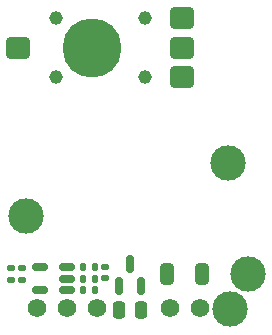
<source format=gbr>
%TF.GenerationSoftware,KiCad,Pcbnew,9.0.7*%
%TF.CreationDate,2026-01-24T18:57:43-08:00*%
%TF.ProjectId,sensor-pcb,73656e73-6f72-42d7-9063-622e6b696361,rev?*%
%TF.SameCoordinates,PXa5d4648PY5882b10*%
%TF.FileFunction,Soldermask,Top*%
%TF.FilePolarity,Negative*%
%FSLAX46Y46*%
G04 Gerber Fmt 4.6, Leading zero omitted, Abs format (unit mm)*
G04 Created by KiCad (PCBNEW 9.0.7) date 2026-01-24 18:57:43*
%MOMM*%
%LPD*%
G01*
G04 APERTURE LIST*
G04 Aperture macros list*
%AMRoundRect*
0 Rectangle with rounded corners*
0 $1 Rounding radius*
0 $2 $3 $4 $5 $6 $7 $8 $9 X,Y pos of 4 corners*
0 Add a 4 corners polygon primitive as box body*
4,1,4,$2,$3,$4,$5,$6,$7,$8,$9,$2,$3,0*
0 Add four circle primitives for the rounded corners*
1,1,$1+$1,$2,$3*
1,1,$1+$1,$4,$5*
1,1,$1+$1,$6,$7*
1,1,$1+$1,$8,$9*
0 Add four rect primitives between the rounded corners*
20,1,$1+$1,$2,$3,$4,$5,0*
20,1,$1+$1,$4,$5,$6,$7,0*
20,1,$1+$1,$6,$7,$8,$9,0*
20,1,$1+$1,$8,$9,$2,$3,0*%
G04 Aperture macros list end*
%ADD10C,1.150000*%
%ADD11RoundRect,0.270000X0.730000X-0.630000X0.730000X0.630000X-0.730000X0.630000X-0.730000X-0.630000X0*%
%ADD12RoundRect,0.150000X0.512500X0.150000X-0.512500X0.150000X-0.512500X-0.150000X0.512500X-0.150000X0*%
%ADD13C,1.574800*%
%ADD14C,3.000000*%
%ADD15C,5.000000*%
%ADD16RoundRect,0.135000X-0.135000X-0.185000X0.135000X-0.185000X0.135000X0.185000X-0.135000X0.185000X0*%
%ADD17RoundRect,0.135000X0.135000X0.185000X-0.135000X0.185000X-0.135000X-0.185000X0.135000X-0.185000X0*%
%ADD18RoundRect,0.135000X0.185000X-0.135000X0.185000X0.135000X-0.185000X0.135000X-0.185000X-0.135000X0*%
%ADD19RoundRect,0.135000X-0.185000X0.135000X-0.185000X-0.135000X0.185000X-0.135000X0.185000X0.135000X0*%
%ADD20RoundRect,0.150000X0.150000X-0.587500X0.150000X0.587500X-0.150000X0.587500X-0.150000X-0.587500X0*%
%ADD21RoundRect,0.250000X0.250000X0.475000X-0.250000X0.475000X-0.250000X-0.475000X0.250000X-0.475000X0*%
%ADD22RoundRect,0.250000X0.325000X0.650000X-0.325000X0.650000X-0.325000X-0.650000X0.325000X-0.650000X0*%
%ADD23RoundRect,0.140000X-0.170000X0.140000X-0.170000X-0.140000X0.170000X-0.140000X0.170000X0.140000X0*%
G04 APERTURE END LIST*
D10*
%TO.C,RV1*%
X-6750000Y7250000D03*
X750000Y7250000D03*
X-6750000Y12250000D03*
X750000Y12250000D03*
D11*
X3950000Y7250000D03*
X3950000Y9750000D03*
X3950000Y12250000D03*
X-9950000Y9750000D03*
%TD*%
D12*
%TO.C,U1*%
X-8137500Y-10750000D03*
X-8137500Y-8850000D03*
X-5862500Y-8850000D03*
X-5862500Y-9800000D03*
X-5862500Y-10750000D03*
%TD*%
D13*
%TO.C,J2*%
X5445000Y-12300000D03*
X2905000Y-12300000D03*
%TD*%
%TO.C,J1*%
X-3260000Y-12300000D03*
X-5800000Y-12300000D03*
X-8340000Y-12300000D03*
%TD*%
D14*
%TO.C,J4*%
X9500000Y-9400000D03*
%TD*%
%TO.C,J3*%
X8000000Y-12400000D03*
%TD*%
D15*
%TO.C,MH1*%
X-3750000Y9750000D03*
%TD*%
D14*
%TO.C,MH2*%
X7800000Y0D03*
%TD*%
%TO.C,MH3*%
X-9300000Y-4500000D03*
%TD*%
D16*
%TO.C,R5*%
X-4510000Y-10800000D03*
X-3490000Y-10800000D03*
%TD*%
D17*
%TO.C,R4*%
X-3490000Y-9800000D03*
X-4510000Y-9800000D03*
%TD*%
D18*
%TO.C,R3*%
X-9600000Y-9910000D03*
X-9600000Y-8890000D03*
%TD*%
D19*
%TO.C,R2*%
X-10600000Y-8890000D03*
X-10600000Y-9910000D03*
%TD*%
D17*
%TO.C,R1*%
X-3490000Y-8800000D03*
X-4510000Y-8800000D03*
%TD*%
D20*
%TO.C,Q2*%
X-1450000Y-10437500D03*
X450000Y-10437500D03*
X-500000Y-8562500D03*
%TD*%
D21*
%TO.C,C3*%
X450000Y-12500000D03*
X-1450000Y-12500000D03*
%TD*%
D22*
%TO.C,C2*%
X5575000Y-9400000D03*
X2625000Y-9400000D03*
%TD*%
D23*
%TO.C,C1*%
X-2600000Y-8820000D03*
X-2600000Y-9780000D03*
%TD*%
M02*

</source>
